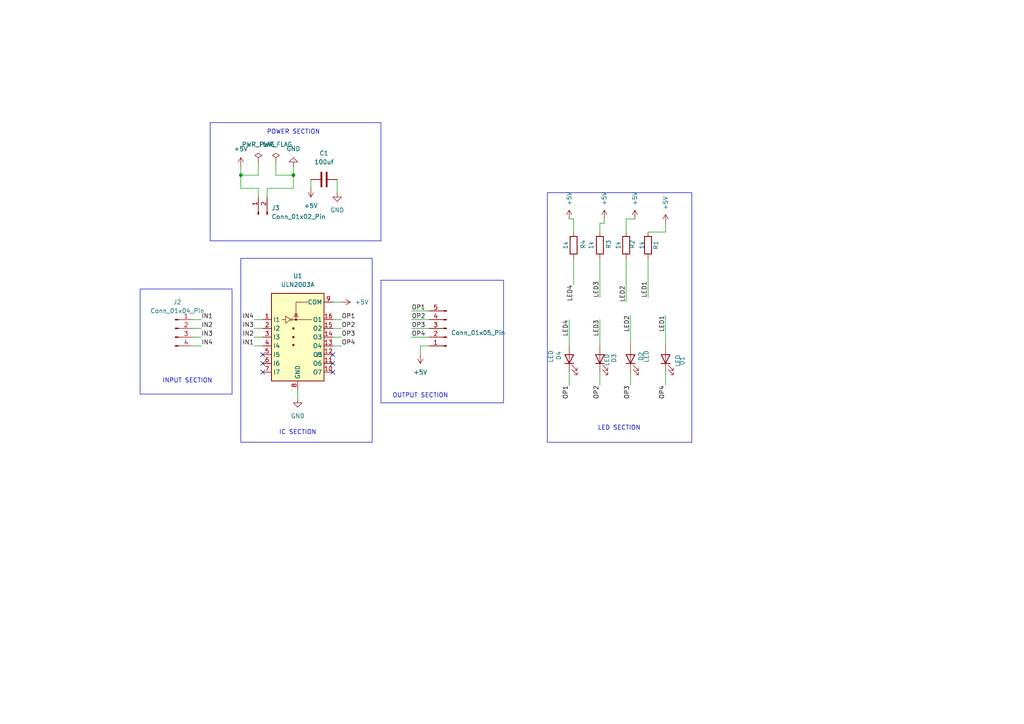
<source format=kicad_sch>
(kicad_sch (version 20231120) (generator "eeschema") (generator_version "8.0")
  (paper "A4")
  (lib_symbols
    (symbol "Connector:Conn_01x02_Pin" (pin_names (offset 1.016) hide)
      (property "Reference" "J" (at 0 2.54 0))
      (property "Value" "Conn_01x02_Pin" (at 0 -5.08 0))
      (symbol "Conn_01x02_Pin_1_1"
        (polyline (pts (xy 1.27 -2.54) (xy 0.8636 -2.54)) (stroke (width 0.1524)))
        (polyline (pts (xy 1.27 0) (xy 0.8636 0)) (stroke (width 0.1524)))
        (rectangle (start 0.8636 -2.413) (end 0 -2.667) (stroke (width 0.1524)) (fill (type outline)))
        (rectangle (start 0.8636 0.127) (end 0 -0.127) (stroke (width 0.1524)) (fill (type outline)))
        (pin passive line (at 5.08 0 180) (length 3.81) (name "Pin_1") (number "1"))
        (pin passive line (at 5.08 -2.54 180) (length 3.81) (name "Pin_2") (number "2"))
      )
    )
    (symbol "Connector:Conn_01x04_Pin" (pin_names (offset 1.016) hide)
      (property "Reference" "J" (at 0 5.08 0))
      (property "Value" "Conn_01x04_Pin" (at 0 -7.62 0))
      (symbol "Conn_01x04_Pin_1_1"
        (polyline (pts (xy 1.27 -5.08) (xy 0.8636 -5.08)) (stroke (width 0.1524)))
        (polyline (pts (xy 1.27 -2.54) (xy 0.8636 -2.54)) (stroke (width 0.1524)))
        (polyline (pts (xy 1.27 0) (xy 0.8636 0)) (stroke (width 0.1524)))
        (polyline (pts (xy 1.27 2.54) (xy 0.8636 2.54)) (stroke (width 0.1524)))
        (rectangle (start 0.8636 -4.953) (end 0 -5.207) (stroke (width 0.1524)) (fill (type outline)))
        (rectangle (start 0.8636 -2.413) (end 0 -2.667) (stroke (width 0.1524)) (fill (type outline)))
        (rectangle (start 0.8636 0.127) (end 0 -0.127) (stroke (width 0.1524)) (fill (type outline)))
        (rectangle (start 0.8636 2.667) (end 0 2.413) (stroke (width 0.1524)) (fill (type outline)))
        (pin passive line (at 5.08 2.54 180) (length 3.81) (name "Pin_1") (number "1"))
        (pin passive line (at 5.08 0 180) (length 3.81) (name "Pin_2") (number "2"))
        (pin passive line (at 5.08 -2.54 180) (length 3.81) (name "Pin_3") (number "3"))
        (pin passive line (at 5.08 -5.08 180) (length 3.81) (name "Pin_4") (number "4"))
      )
    )
    (symbol "Connector:Conn_01x05_Pin" (pin_names (offset 1.016) hide)
      (property "Reference" "J" (at 0 7.62 0))
      (property "Value" "Conn_01x05_Pin" (at 0 -7.62 0))
      (symbol "Conn_01x05_Pin_1_1"
        (polyline (pts (xy 1.27 -5.08) (xy 0.8636 -5.08)) (stroke (width 0.1524)))
        (polyline (pts (xy 1.27 -2.54) (xy 0.8636 -2.54)) (stroke (width 0.1524)))
        (polyline (pts (xy 1.27 0) (xy 0.8636 0)) (stroke (width 0.1524)))
        (polyline (pts (xy 1.27 2.54) (xy 0.8636 2.54)) (stroke (width 0.1524)))
        (polyline (pts (xy 1.27 5.08) (xy 0.8636 5.08)) (stroke (width 0.1524)))
        (rectangle (start 0.8636 -4.953) (end 0 -5.207) (stroke (width 0.1524)) (fill (type outline)))
        (rectangle (start 0.8636 -2.413) (end 0 -2.667) (stroke (width 0.1524)) (fill (type outline)))
        (rectangle (start 0.8636 0.127) (end 0 -0.127) (stroke (width 0.1524)) (fill (type outline)))
        (rectangle (start 0.8636 2.667) (end 0 2.413) (stroke (width 0.1524)) (fill (type outline)))
        (rectangle (start 0.8636 5.207) (end 0 4.953) (stroke (width 0.1524)) (fill (type outline)))
        (pin passive line (at 5.08 5.08 180) (length 3.81) (name "Pin_1") (number "1"))
        (pin passive line (at 5.08 2.54 180) (length 3.81) (name "Pin_2") (number "2"))
        (pin passive line (at 5.08 0 180) (length 3.81) (name "Pin_3") (number "3"))
        (pin passive line (at 5.08 -2.54 180) (length 3.81) (name "Pin_4") (number "4"))
        (pin passive line (at 5.08 -5.08 180) (length 3.81) (name "Pin_5") (number "5"))
      )
    )
    (symbol "Device:C" (pin_numbers hide) (pin_names (offset 0.254))
      (property "Reference" "C" (at 0.635 2.54 0))
      (property "Value" "C" (at 0.635 -2.54 0))
      (symbol "C_0_1"
        (polyline (pts (xy -2.032 -0.762) (xy 2.032 -0.762)) (stroke (width 0.508)))
        (polyline (pts (xy -2.032 0.762) (xy 2.032 0.762)) (stroke (width 0.508)))
      )
      (symbol "C_1_1"
        (pin passive line (at 0 3.81 270) (length 2.794) (name "~") (number "1"))
        (pin passive line (at 0 -3.81 90) (length 2.794) (name "~") (number "2"))
      )
    )
    (symbol "Device:LED" (pin_numbers hide) (pin_names (offset 1.016) hide)
      (property "Reference" "D" (at 0 2.54 0))
      (property "Value" "LED" (at 0 -2.54 0))
      (symbol "LED_0_1"
        (polyline (pts (xy -1.27 -1.27) (xy -1.27 1.27)) (stroke (width 0.254)))
        (polyline (pts (xy -1.27 0) (xy 1.27 0)))
        (polyline (pts (xy 1.27 -1.27) (xy 1.27 1.27) (xy -1.27 0) (xy 1.27 -1.27)) (stroke (width 0.254)))
        (polyline (pts (xy -3.048 -0.762) (xy -4.572 -2.286) (xy -3.81 -2.286) (xy -4.572 -2.286) (xy -4.572 -1.524)))
        (polyline (pts (xy -1.778 -0.762) (xy -3.302 -2.286) (xy -2.54 -2.286) (xy -3.302 -2.286) (xy -3.302 -1.524)))
      )
      (symbol "LED_1_1"
        (pin passive line (at -3.81 0 0) (length 2.54) (name "K") (number "1"))
        (pin passive line (at 3.81 0 180) (length 2.54) (name "A") (number "2"))
      )
    )
    (symbol "Device:R" (pin_numbers hide) (pin_names (offset 0))
      (property "Reference" "R" (at 2.032 0 90))
      (property "Value" "R" (at 0 0 90))
      (symbol "R_0_1"
        (rectangle (start -1.016 -2.54) (end 1.016 2.54) (stroke (width 0.254)))
      )
      (symbol "R_1_1"
        (pin passive line (at 0 3.81 270) (length 1.27) (name "~") (number "1"))
        (pin passive line (at 0 -3.81 90) (length 1.27) (name "~") (number "2"))
      )
    )
    (symbol "Transistor_Array:ULN2003A"
      (property "Reference" "U" (at 0 15.875 0))
      (property "Value" "ULN2003A" (at 0 13.97 0))
      (symbol "ULN2003A_0_1"
        (rectangle (start -7.62 -12.7) (end 7.62 12.7) (stroke (width 0.254)) (fill (type background)))
        (circle (center -1.778 5.08) (radius 0.254))
        (circle (center -1.27 -2.286) (radius 0.254) (fill (type outline)))
        (circle (center -1.27 0) (radius 0.254) (fill (type outline)))
        (circle (center -1.27 2.54) (radius 0.254) (fill (type outline)))
        (circle (center -0.508 5.08) (radius 0.254) (fill (type outline)))
        (polyline (pts (xy -4.572 5.08) (xy -3.556 5.08)))
        (polyline (pts (xy -1.524 5.08) (xy 4.064 5.08)))
        (polyline (pts (xy 0 6.731) (xy -1.016 6.731)))
        (polyline (pts (xy -0.508 5.08) (xy -0.508 10.16) (xy 2.921 10.16)))
        (polyline (pts (xy -3.556 6.096) (xy -3.556 4.064) (xy -2.032 5.08) (xy -3.556 6.096)))
        (polyline (pts (xy 0 5.969) (xy -1.016 5.969) (xy -0.508 6.731) (xy 0 5.969)))
      )
      (symbol "ULN2003A_1_1"
        (pin input line (at -10.16 5.08 0) (length 2.54) (name "I1") (number "1"))
        (pin open_collector line (at 10.16 -10.16 180) (length 2.54) (name "O7") (number "10"))
        (pin open_collector line (at 10.16 -7.62 180) (length 2.54) (name "O6") (number "11"))
        (pin open_collector line (at 10.16 -5.08 180) (length 2.54) (name "O5") (number "12"))
        (pin open_collector line (at 10.16 -2.54 180) (length 2.54) (name "O4") (number "13"))
        (pin open_collector line (at 10.16 0 180) (length 2.54) (name "O3") (number "14"))
        (pin open_collector line (at 10.16 2.54 180) (length 2.54) (name "O2") (number "15"))
        (pin open_collector line (at 10.16 5.08 180) (length 2.54) (name "O1") (number "16"))
        (pin input line (at -10.16 2.54 0) (length 2.54) (name "I2") (number "2"))
        (pin input line (at -10.16 0 0) (length 2.54) (name "I3") (number "3"))
        (pin input line (at -10.16 -2.54 0) (length 2.54) (name "I4") (number "4"))
        (pin input line (at -10.16 -5.08 0) (length 2.54) (name "I5") (number "5"))
        (pin input line (at -10.16 -7.62 0) (length 2.54) (name "I6") (number "6"))
        (pin input line (at -10.16 -10.16 0) (length 2.54) (name "I7") (number "7"))
        (pin power_in line (at 0 -15.24 90) (length 2.54) (name "GND") (number "8"))
        (pin passive line (at 10.16 10.16 180) (length 2.54) (name "COM") (number "9"))
      )
    )
    (symbol "power:+5V" (power) (pin_numbers hide) (pin_names (offset 0) hide)
      (property "Value" "+5V" (at 0 3.556 0))
      (symbol "+5V_0_1"
        (polyline (pts (xy -0.762 1.27) (xy 0 2.54)))
        (polyline (pts (xy 0 0) (xy 0 2.54)))
        (polyline (pts (xy 0 2.54) (xy 0.762 1.27)))
      )
      (symbol "+5V_1_1"
        (pin power_in line (at 0 0 90) (length 0) (name "~") (number "1"))
      )
    )
    (symbol "power:GND" (power) (pin_numbers hide) (pin_names (offset 0) hide)
      (property "Value" "GND" (at 0 -3.81 0))
      (symbol "GND_0_1"
        (polyline (pts (xy 0 0) (xy 0 -1.27) (xy 1.27 -1.27) (xy 0 -2.54) (xy -1.27 -1.27) (xy 0 -1.27)))
      )
      (symbol "GND_1_1"
        (pin power_in line (at 0 0 270) (length 0) (name "~") (number "1"))
      )
    )
    (symbol "power:PWR_FLAG" (power) (pin_numbers hide) (pin_names (offset 0) hide)
      (property "Value" "PWR_FLAG" (at 0 3.81 0))
      (symbol "PWR_FLAG_0_0"
        (pin power_out line (at 0 0 90) (length 0) (name "~") (number "1"))
      )
      (symbol "PWR_FLAG_0_1"
        (polyline (pts (xy 0 0) (xy 0 1.27) (xy -1.016 1.905) (xy 0 2.54) (xy 1.016 1.905) (xy 0 1.27)))
      )
    )
  )
  (junction (at 85.09 50.8))
  (junction (at 69.85 50.8))
  (no_connect (at 76.2 107.95))
  (no_connect (at 96.52 102.87))
  (no_connect (at 96.52 107.95))
  (no_connect (at 96.52 105.41))
  (no_connect (at 76.2 102.87))
  (no_connect (at 76.2 105.41))
  (wire (pts (xy 55.88 92.71) (xy 58.42 92.71)))
  (wire (pts (xy 173.99 64.77) (xy 175.26 64.77)))
  (wire (pts (xy 69.85 48.26) (xy 69.85 50.8)))
  (wire (pts (xy 96.52 95.25) (xy 99.06 95.25)))
  (wire (pts (xy 73.66 100.33) (xy 76.2 100.33)))
  (wire (pts (xy 73.66 95.25) (xy 76.2 95.25)))
  (wire (pts (xy 187.96 74.93) (xy 187.96 86.36)))
  (wire (pts (xy 96.52 92.71) (xy 99.06 92.71)))
  (wire (pts (xy 69.85 50.8) (xy 69.85 54.61)))
  (wire (pts (xy 96.52 100.33) (xy 99.06 100.33)))
  (wire (pts (xy 55.88 100.33) (xy 58.42 100.33)))
  (wire (pts (xy 193.04 67.31) (xy 193.04 64.77)))
  (wire (pts (xy 86.36 113.03) (xy 86.36 115.57)))
  (wire (pts (xy 96.52 87.63) (xy 99.06 87.63)))
  (wire (pts (xy 165.1 92.71) (xy 165.1 100.33)))
  (wire (pts (xy 181.61 63.5) (xy 184.15 63.5)))
  (wire (pts (xy 173.99 107.95) (xy 173.99 111.76)))
  (wire (pts (xy 173.99 92.71) (xy 173.99 100.33)))
  (wire (pts (xy 124.46 100.33) (xy 121.92 100.33)))
  (wire (pts (xy 166.37 82.55) (xy 166.37 74.93)))
  (wire (pts (xy 193.04 107.95) (xy 193.04 111.76)))
  (wire (pts (xy 69.85 54.61) (xy 74.93 54.61)))
  (wire (pts (xy 181.61 74.93) (xy 181.61 87.63)))
  (wire (pts (xy 80.01 50.8) (xy 85.09 50.8)))
  (wire (pts (xy 182.88 107.95) (xy 182.88 111.76)))
  (wire (pts (xy 74.93 50.8) (xy 69.85 50.8)))
  (wire (pts (xy 173.99 74.93) (xy 173.99 86.36)))
  (wire (pts (xy 85.09 54.61) (xy 77.47 54.61)))
  (wire (pts (xy 173.99 67.31) (xy 173.99 64.77)))
  (wire (pts (xy 119.38 90.17) (xy 124.46 90.17)))
  (wire (pts (xy 74.93 46.99) (xy 74.93 50.8)))
  (wire (pts (xy 80.01 46.99) (xy 80.01 50.8)))
  (wire (pts (xy 166.37 63.5) (xy 165.1 63.5)))
  (wire (pts (xy 119.38 95.25) (xy 124.46 95.25)))
  (wire (pts (xy 74.93 54.61) (xy 74.93 57.15)))
  (wire (pts (xy 55.88 97.79) (xy 58.42 97.79)))
  (wire (pts (xy 121.92 100.33) (xy 121.92 102.87)))
  (wire (pts (xy 96.52 97.79) (xy 99.06 97.79)))
  (wire (pts (xy 181.61 67.31) (xy 181.61 63.5)))
  (wire (pts (xy 187.96 67.31) (xy 193.04 67.31)))
  (wire (pts (xy 165.1 107.95) (xy 165.1 111.76)))
  (wire (pts (xy 175.26 64.77) (xy 175.26 63.5)))
  (wire (pts (xy 73.66 92.71) (xy 76.2 92.71)))
  (wire (pts (xy 55.88 95.25) (xy 58.42 95.25)))
  (wire (pts (xy 166.37 67.31) (xy 166.37 63.5)))
  (wire (pts (xy 85.09 50.8) (xy 85.09 54.61)))
  (wire (pts (xy 119.38 92.71) (xy 124.46 92.71)))
  (wire (pts (xy 73.66 97.79) (xy 76.2 97.79)))
  (wire (pts (xy 77.47 54.61) (xy 77.47 57.15)))
  (wire (pts (xy 193.04 91.44) (xy 193.04 100.33)))
  (wire (pts (xy 85.09 48.26) (xy 85.09 50.8)))
  (wire (pts (xy 97.79 52.07) (xy 97.79 55.88)))
  (wire (pts (xy 119.38 97.79) (xy 124.46 97.79)))
  (wire (pts (xy 90.17 52.07) (xy 90.17 54.61)))
  (wire (pts (xy 182.88 91.44) (xy 182.88 100.33)))
  (rectangle (start 110.49 81.28) (end 146.05 116.84))
  (rectangle (start 60.96 35.56) (end 110.49 69.85))
  (rectangle (start 69.85 74.93) (end 107.95 128.27))
  (rectangle (start 158.75 55.88) (end 200.66 128.27))
  (rectangle (start 67.31 114.3) (end 67.31 114.3))
  (rectangle (start 40.64 83.82) (end 67.31 114.3))
  (text "INPUT SECTION" (at 54.356 110.49 0) (effects (font (size 1.27 1.27))))
  (text "OUTPUT SECTION" (at 121.92 114.808 0) (effects (font (size 1.27 1.27))))
  (text "POWER SECTION" (at 85.09 38.354 0) (effects (font (size 1.27 1.27))))
  (text "LED SECTION" (at 179.578 124.206 0) (effects (font (size 1.27 1.27))))
  (text "IC SECTION" (at 86.36 125.476 0) (effects (font (size 1.27 1.27))))
  (label "IN4" (at 73.66 92.71 180))
  (label "OP1" (at 119.38 90.17 0))
  (label "OP3" (at 119.38 95.25 0))
  (label "LED3" (at 173.99 86.36 90))
  (label "IN2" (at 58.42 95.25 0))
  (label "IN3" (at 58.42 97.79 0))
  (label "IN2" (at 73.66 97.79 180))
  (label "LED1" (at 187.96 86.36 90))
  (label "OP1" (at 99.06 92.71 0))
  (label "LED1" (at 193.04 91.44 270))
  (label "OP1" (at 165.1 111.76 270))
  (label "OP4" (at 119.38 97.79 0))
  (label "LED4" (at 165.1 92.71 270))
  (label "OP2" (at 173.99 111.76 270))
  (label "LED2" (at 181.61 87.63 90))
  (label "LED2" (at 182.88 91.44 270))
  (label "IN3" (at 73.66 95.25 180))
  (label "OP4" (at 193.04 111.76 270))
  (label "IN1" (at 73.66 100.33 180))
  (label "IN1" (at 58.42 92.71 0))
  (label "OP2" (at 99.06 95.25 0))
  (label "IN4" (at 58.42 100.33 0))
  (label "OP2" (at 119.38 92.71 0))
  (label "OP3" (at 182.88 111.76 270))
  (label "LED3" (at 173.99 92.71 270))
  (label "OP3" (at 99.06 97.79 0))
  (label "OP4" (at 99.06 100.33 0))
  (label "LED4" (at 166.37 82.55 270))
  (symbol (lib_id "power:GND") (at 86.36 115.57 0) (unit 1)
    (property "Reference" "#PWR09" (effects (hide yes)))
    (property "Value" "GND" (at 86.36 120.65 0))
    (property "Description" "Power symbol creates a global label with name \"GND\" , ground" (effects (hide yes)))
  )
  (symbol (lib_id "power:+5V") (at 175.26 63.5 0) (unit 1)
    (property "Reference" "#PWR06" (effects (hide yes)))
    (property "Value" "+5V" (at 175.2599 59.69 90) (effects (justify left)))
    (property "Description" "Power symbol creates a global label with name \"+5V\"" (effects (hide yes)))
  )
  (symbol (lib_id "power:+5V") (at 193.04 64.77 0) (unit 1)
    (property "Reference" "#PWR03" (effects (hide yes)))
    (property "Value" "+5V" (at 193.0399 60.96 90) (effects (justify left)))
    (property "Description" "Power symbol creates a global label with name \"+5V\"" (effects (hide yes)))
  )
  (symbol (lib_id "power:+5V") (at 165.1 63.5 0) (unit 1)
    (property "Reference" "#PWR07" (effects (hide yes)))
    (property "Value" "+5V" (at 165.0999 59.69 90) (effects (justify left)))
    (property "Description" "Power symbol creates a global label with name \"+5V\"" (effects (hide yes)))
  )
  (symbol (lib_id "Device:R") (at 166.37 71.12 0) (unit 1)
    (property "Reference" "R4" (at 169.164 70.866 90))
    (property "Value" "1k" (at 164.084 71.12 90))
    (property "Footprint" "Resistor_THT:R_Axial_DIN0207_L6.3mm_D2.5mm_P10.16mm_Horizontal" (effects (hide yes)))
    (property "Description" "Resistor" (effects (hide yes)))
  )
  (symbol (lib_id "Device:LED") (at 165.1 104.14 90) (unit 1)
    (property "Reference" "D4" (at 162.052 103.124 0))
    (property "Value" "LED" (at 159.766 103.378 0))
    (property "Footprint" "LED_THT:LED_D5.0mm" (effects (hide yes)))
    (property "Description" "Light emitting diode" (effects (hide yes)))
  )
  (symbol (lib_id "Transistor_Array:ULN2003A") (at 86.36 97.79 0) (unit 1)
    (property "Reference" "U1" (at 86.36 80.01 0))
    (property "Value" "ULN2003A" (at 86.36 82.55 0))
    (property "Footprint" "Package_DIP:DIP-16_W7.62mm" (effects (hide yes)))
    (property "Datasheet" "http://www.ti.com/lit/ds/symlink/uln2003a.pdf" (effects (hide yes)))
    (property "Description" "High Voltage, High Current Darlington Transistor Arrays, SOIC16/SOIC16W/DIP16/TSSOP16" (effects (hide yes)))
  )
  (symbol (lib_id "power:GND") (at 85.09 48.26 180) (unit 1)
    (property "Reference" "#PWR02" (effects (hide yes)))
    (property "Value" "GND" (at 85.09 43.18 0))
    (property "Description" "Power symbol creates a global label with name \"GND\" , ground" (effects (hide yes)))
  )
  (symbol (lib_id "Connector:Conn_01x05_Pin") (at 129.54 95.25 180) (unit 1)
    (property "Reference" "J1" (at 91.44 102.8699 0) (effects (justify right)))
    (property "Value" "Conn_01x05_Pin" (at 130.81 96.5199 0) (effects (justify right)))
    (property "Footprint" "Connector_JST:JST_EH_B5B-EH-A_1x05_P2.50mm_Vertical" (effects (hide yes)))
    (property "Description" "Generic connector, single row, 01x05, script generated" (effects (hide yes)))
  )
  (symbol (lib_id "power:+5V") (at 99.06 87.63 270) (unit 1)
    (property "Reference" "#PWR04" (effects (hide yes)))
    (property "Value" "+5V" (at 102.87 87.6299 90) (effects (justify left)))
    (property "Description" "Power symbol creates a global label with name \"+5V\"" (effects (hide yes)))
  )
  (symbol (lib_id "Device:LED") (at 173.99 104.14 90) (unit 1)
    (property "Reference" "D3" (at 178.054 103.886 0))
    (property "Value" "LED" (at 176.022 104.394 0))
    (property "Footprint" "LED_THT:LED_D5.0mm" (effects (hide yes)))
    (property "Description" "Light emitting diode" (effects (hide yes)))
  )
  (symbol (lib_id "power:+5V") (at 184.15 63.5 0) (unit 1)
    (property "Reference" "#PWR05" (effects (hide yes)))
    (property "Value" "+5V" (at 184.1499 59.69 90) (effects (justify left)))
    (property "Description" "Power symbol creates a global label with name \"+5V\"" (effects (hide yes)))
  )
  (symbol (lib_id "Device:LED") (at 182.88 104.14 90) (unit 1)
    (property "Reference" "D2" (at 185.928 103.378 0))
    (property "Value" "LED" (at 187.452 103.378 0))
    (property "Footprint" "LED_THT:LED_D5.0mm" (effects (hide yes)))
    (property "Description" "Light emitting diode" (effects (hide yes)))
  )
  (symbol (lib_id "power:+5V") (at 69.85 48.26 0) (unit 1)
    (property "Reference" "#PWR01" (effects (hide yes)))
    (property "Value" "+5V" (at 69.85 43.18 0))
    (property "Description" "Power symbol creates a global label with name \"+5V\"" (effects (hide yes)))
  )
  (symbol (lib_id "power:+5V") (at 90.17 54.61 180) (unit 1)
    (property "Reference" "#PWR010" (effects (hide yes)))
    (property "Value" "+5V" (at 90.17 59.69 0))
    (property "Description" "Power symbol creates a global label with name \"+5V\"" (effects (hide yes)))
  )
  (symbol (lib_id "power:PWR_FLAG") (at 74.93 46.99 0) (unit 1)
    (property "Reference" "#FLG01" (effects (hide yes)))
    (property "Value" "PWR_FLAG" (at 74.93 41.91 0))
    (property "Description" "Special symbol for telling ERC where power comes from" (effects (hide yes)))
  )
  (symbol (lib_id "Device:R") (at 187.96 71.12 0) (unit 1)
    (property "Reference" "R1" (at 190.246 71.12 90))
    (property "Value" "1k" (at 186.182 71.12 90))
    (property "Footprint" "Resistor_THT:R_Axial_DIN0207_L6.3mm_D2.5mm_P10.16mm_Horizontal" (effects (hide yes)))
    (property "Description" "Resistor" (effects (hide yes)))
  )
  (symbol (lib_id "Device:R") (at 173.99 71.12 0) (unit 1)
    (property "Reference" "R3" (at 176.53 70.866 90))
    (property "Value" "1k" (at 171.45 71.12 90))
    (property "Footprint" "Resistor_THT:R_Axial_DIN0207_L6.3mm_D2.5mm_P10.16mm_Horizontal" (effects (hide yes)))
    (property "Description" "Resistor" (effects (hide yes)))
  )
  (symbol (lib_id "power:+5V") (at 121.92 102.87 180) (unit 1)
    (property "Reference" "#PWR08" (effects (hide yes)))
    (property "Value" "+5V" (at 121.92 107.95 0))
    (property "Description" "Power symbol creates a global label with name \"+5V\"" (effects (hide yes)))
  )
  (symbol (lib_id "Connector:Conn_01x02_Pin") (at 74.93 62.23 90) (unit 1)
    (property "Reference" "J3" (at 78.74 60.3249 90) (effects (justify right)))
    (property "Value" "Conn_01x02_Pin" (at 78.74 62.8649 90) (effects (justify right)))
    (property "Footprint" "Connector_PinHeader_2.54mm:PinHeader_1x02_P2.54mm_Vertical" (effects (hide yes)))
    (property "Description" "Generic connector, single row, 01x02, script generated" (effects (hide yes)))
  )
  (symbol (lib_id "Device:R") (at 181.61 71.12 0) (unit 1)
    (property "Reference" "R2" (at 183.388 70.866 90))
    (property "Value" "1k" (at 179.324 71.12 90))
    (property "Footprint" "Resistor_THT:R_Axial_DIN0207_L6.3mm_D2.5mm_P10.16mm_Horizontal" (effects (hide yes)))
    (property "Description" "Resistor" (effects (hide yes)))
  )
  (symbol (lib_id "Device:LED") (at 193.04 104.14 90) (unit 1)
    (property "Reference" "D1" (at 197.866 104.648 0))
    (property "Value" "LED" (at 196.596 104.648 0))
    (property "Footprint" "LED_THT:LED_D5.0mm" (effects (hide yes)))
    (property "Description" "Light emitting diode" (effects (hide yes)))
  )
  (symbol (lib_id "power:PWR_FLAG") (at 80.01 46.99 0) (unit 1)
    (property "Reference" "#FLG02" (effects (hide yes)))
    (property "Value" "PWR_FLAG" (at 80.01 41.91 0))
    (property "Description" "Special symbol for telling ERC where power comes from" (effects (hide yes)))
  )
  (symbol (lib_id "Connector:Conn_01x04_Pin") (at 50.8 95.25 0) (unit 1)
    (property "Reference" "J2" (at 51.435 87.63 0))
    (property "Value" "Conn_01x04_Pin" (at 51.435 90.17 0))
    (property "Footprint" "Connector_PinHeader_2.54mm:PinHeader_1x04_P2.54mm_Vertical" (effects (hide yes)))
    (property "Description" "Generic connector, single row, 01x04, script generated" (effects (hide yes)))
  )
  (symbol (lib_id "power:GND") (at 97.79 55.88 0) (unit 1)
    (property "Reference" "#PWR011" (effects (hide yes)))
    (property "Value" "GND" (at 97.79 60.96 0))
    (property "Description" "Power symbol creates a global label with name \"GND\" , ground" (effects (hide yes)))
  )
  (symbol (lib_id "Device:C") (at 93.98 52.07 90) (unit 1)
    (property "Reference" "C1" (at 93.98 44.45 90))
    (property "Value" "100uf" (at 93.98 46.99 90))
    (property "Footprint" "Capacitor_THT:C_Disc_D3.0mm_W1.6mm_P2.50mm" (effects (hide yes)))
    (property "Description" "Unpolarized capacitor" (effects (hide yes)))
  )
)
</source>
